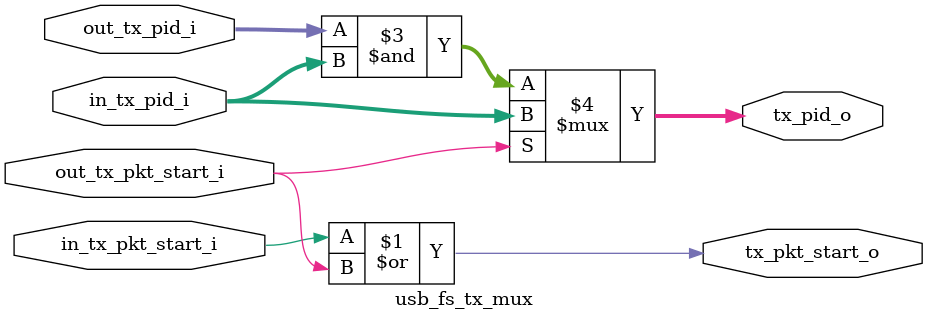
<source format=sv>

module usb_fs_tx_mux (
  // interface to IN Protocol Engine
  input  logic in_tx_pkt_start_i,
  input  logic [3:0] in_tx_pid_i,

  // interface to OUT Protocol Engine
  input  logic out_tx_pkt_start_i,
  input  logic [3:0] out_tx_pid_i,

  // interface to tx module
  output logic tx_pkt_start_o,
  output logic [3:0] tx_pid_o
);

  assign tx_pkt_start_o = in_tx_pkt_start_i | out_tx_pkt_start_i;
  assign tx_pid_o       = !out_tx_pkt_start_i ? out_tx_pid_i & in_tx_pid_i : in_tx_pid_i; // BUG_10: Inserted bitwise_corruption bug

endmodule
</source>
